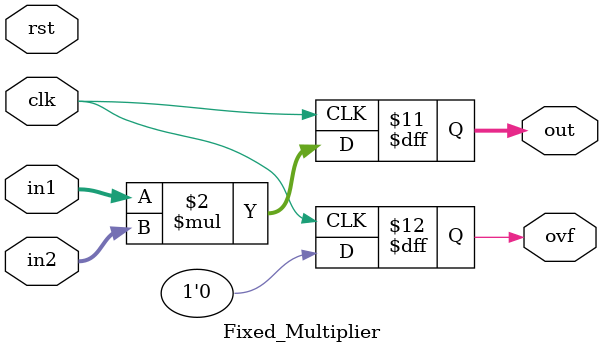
<source format=v>
`timescale 1ns / 1ns
module Fixed_Multiplier #(parameter WI1 = 3, WF1 = 2, WI2 = 4, WF2 = 2, WIO=7, WFO = 4)
(   input signed [WI1+WF1-1:0]in1,
	 input signed [WI2+WF2 - 1:0]in2,
	 input rst,
	 input clk,
	 output reg signed [WIO+WFO-1:0] out,
	 output reg ovf);
	 parameter temp_WI = WI1+WI2; 
	 parameter temp_WF = WF1+WF2;
	 parameter tmp_W = temp_WI + temp_WF;
	// parameter diff_Int = temp_WI-WIO;
	// parameter diff_fract = temp_WF-WFO;	 
	 reg signed [tmp_W-1:0]tmp;
	 
	 always @(posedge clk)
	 begin
		if(rst)
			begin
			out = 0;
			ovf = 0;
			end
		else
			$display("in1=%b",in1);
			$display("in2=%b",in2);
			tmp = in1*in2;
			$display("tmp=%b",tmp);
			begin
				if((WIO+WFO)==tmp_W)
					begin
					out = tmp;
					$display("tmp_W=%b",tmp_W);
					$display("Inside if");
					ovf = 0;
					end
				else if (WIO> (WI1 + WI2))	
					begin
					out = { {(WIO-WI1-WI2) {tmp[tmp_W-1]} } , tmp};					
					$display("Inside If else Sign Extension");
					$display("Out=%b",out);
					ovf = 0;
					end
			
		   	else if (WIO < (WI1 + WI2))	
					begin
					out = {{tmp[tmp_W-1]},{tmp[WF1+WF2+WIO-2:WF1+WF2]},{tmp[WF1+WF2-1:WF1+WF2-WFO]}};					
					$display("Inside If else Truncation");
					$display("Out=%b",out);
					ovf = 1;
					end	
					
			end
					$display("Out=%b",out);
			
	  end

endmodule

</source>
